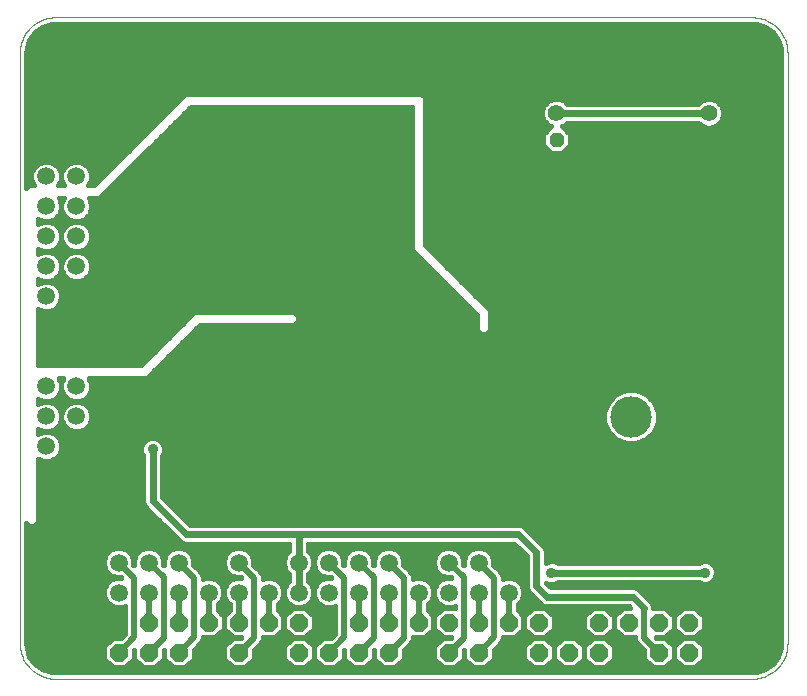
<source format=gbl>
G75*
%MOIN*%
%OFA0B0*%
%FSLAX24Y24*%
%IPPOS*%
%LPD*%
%AMOC8*
5,1,8,0,0,1.08239X$1,22.5*
%
%ADD10C,0.0039*%
%ADD11OC8,0.0480*%
%ADD12C,0.1378*%
%ADD13C,0.2441*%
%ADD14OC8,0.0600*%
%ADD15C,0.0591*%
%ADD16C,0.0356*%
%ADD17C,0.0236*%
%ADD18C,0.0157*%
%ADD19C,0.0197*%
%ADD20C,0.0551*%
D10*
X008983Y003305D02*
X008983Y022990D01*
X008985Y023056D01*
X008990Y023122D01*
X009000Y023188D01*
X009013Y023253D01*
X009029Y023317D01*
X009049Y023380D01*
X009073Y023442D01*
X009100Y023502D01*
X009130Y023561D01*
X009164Y023618D01*
X009201Y023673D01*
X009241Y023726D01*
X009283Y023777D01*
X009329Y023825D01*
X009377Y023871D01*
X009428Y023913D01*
X009481Y023953D01*
X009536Y023990D01*
X009593Y024024D01*
X009652Y024054D01*
X009712Y024081D01*
X009774Y024105D01*
X009837Y024125D01*
X009901Y024141D01*
X009966Y024154D01*
X010032Y024164D01*
X010098Y024169D01*
X010164Y024171D01*
X033393Y024171D01*
X033459Y024169D01*
X033525Y024164D01*
X033591Y024154D01*
X033656Y024141D01*
X033720Y024125D01*
X033783Y024105D01*
X033845Y024081D01*
X033905Y024054D01*
X033964Y024024D01*
X034021Y023990D01*
X034076Y023953D01*
X034129Y023913D01*
X034180Y023871D01*
X034228Y023825D01*
X034274Y023777D01*
X034316Y023726D01*
X034356Y023673D01*
X034393Y023618D01*
X034427Y023561D01*
X034457Y023502D01*
X034484Y023442D01*
X034508Y023380D01*
X034528Y023317D01*
X034544Y023253D01*
X034557Y023188D01*
X034567Y023122D01*
X034572Y023056D01*
X034574Y022990D01*
X034574Y003305D01*
X034572Y003239D01*
X034567Y003173D01*
X034557Y003107D01*
X034544Y003042D01*
X034528Y002978D01*
X034508Y002915D01*
X034484Y002853D01*
X034457Y002793D01*
X034427Y002734D01*
X034393Y002677D01*
X034356Y002622D01*
X034316Y002569D01*
X034274Y002518D01*
X034228Y002470D01*
X034180Y002424D01*
X034129Y002382D01*
X034076Y002342D01*
X034021Y002305D01*
X033964Y002271D01*
X033905Y002241D01*
X033845Y002214D01*
X033783Y002190D01*
X033720Y002170D01*
X033656Y002154D01*
X033591Y002141D01*
X033525Y002131D01*
X033459Y002126D01*
X033393Y002124D01*
X010164Y002124D01*
X010098Y002126D01*
X010032Y002131D01*
X009966Y002141D01*
X009901Y002154D01*
X009837Y002170D01*
X009774Y002190D01*
X009712Y002214D01*
X009652Y002241D01*
X009593Y002271D01*
X009536Y002305D01*
X009481Y002342D01*
X009428Y002382D01*
X009377Y002424D01*
X009329Y002470D01*
X009283Y002518D01*
X009241Y002569D01*
X009201Y002622D01*
X009164Y002677D01*
X009130Y002734D01*
X009100Y002793D01*
X009073Y002853D01*
X009049Y002915D01*
X009029Y002978D01*
X009013Y003042D01*
X009000Y003107D01*
X008990Y003173D01*
X008985Y003239D01*
X008983Y003305D01*
D11*
X026873Y020101D03*
X030873Y020101D03*
D12*
X029357Y012417D03*
X029357Y010858D03*
D13*
X033196Y003502D03*
X010361Y003502D03*
X010361Y022793D03*
X033196Y022793D03*
D14*
X031279Y004002D03*
X030279Y004002D03*
X029279Y004002D03*
X028279Y004002D03*
X027279Y004002D03*
X026279Y004002D03*
X025279Y004002D03*
X024279Y004002D03*
X023279Y004002D03*
X022279Y004002D03*
X021279Y004002D03*
X020279Y004002D03*
X019279Y004002D03*
X018279Y004002D03*
X017279Y004002D03*
X016279Y004002D03*
X015279Y004002D03*
X014279Y004002D03*
X013279Y004002D03*
X012279Y004002D03*
X012279Y003002D03*
X013279Y003002D03*
X014279Y003002D03*
X015279Y003002D03*
X016279Y003002D03*
X017279Y003002D03*
X018279Y003002D03*
X019279Y003002D03*
X020279Y003002D03*
X021279Y003002D03*
X022279Y003002D03*
X023279Y003002D03*
X024279Y003002D03*
X025279Y003002D03*
X026279Y003002D03*
X027279Y003002D03*
X028279Y003002D03*
X029279Y003002D03*
X030279Y003002D03*
X031279Y003002D03*
D15*
X025279Y005002D03*
X024279Y005002D03*
X024279Y006002D03*
X025279Y006002D03*
X023279Y006002D03*
X023279Y005002D03*
X022279Y005002D03*
X021279Y005002D03*
X021279Y006002D03*
X022279Y006002D03*
X020279Y006002D03*
X020279Y005002D03*
X019279Y005002D03*
X018279Y005002D03*
X018279Y006002D03*
X019279Y006002D03*
X017279Y006002D03*
X017279Y005002D03*
X016279Y005002D03*
X015279Y005002D03*
X015279Y006002D03*
X016279Y006002D03*
X014279Y006002D03*
X013279Y006002D03*
X013279Y005002D03*
X014279Y005002D03*
X012279Y005002D03*
X012279Y006002D03*
X010861Y007876D03*
X009861Y007876D03*
X009861Y008876D03*
X010861Y008876D03*
X010861Y009876D03*
X009861Y009876D03*
X009861Y010876D03*
X010861Y010876D03*
X010861Y011876D03*
X009861Y011876D03*
X009861Y012876D03*
X010861Y012876D03*
X010861Y013876D03*
X009861Y013876D03*
X009861Y014876D03*
X010861Y014876D03*
X010861Y015876D03*
X009861Y015876D03*
X009861Y016876D03*
X010861Y016876D03*
X010861Y017876D03*
X009861Y017876D03*
X009861Y018876D03*
X010861Y018876D03*
X010861Y019876D03*
X009861Y019876D03*
X009861Y020876D03*
X010861Y020876D03*
D16*
X012034Y020923D03*
X014889Y020825D03*
X015873Y022892D03*
X018235Y023581D03*
X020597Y022793D03*
X022566Y022793D03*
X023058Y022793D03*
X022960Y023581D03*
X025420Y022793D03*
X027881Y023581D03*
X030342Y021612D03*
X034082Y019840D03*
X032015Y018266D03*
X031523Y018266D03*
X031031Y017970D03*
X030538Y017970D03*
X030538Y017281D03*
X030538Y016789D03*
X030538Y016297D03*
X030538Y015805D03*
X031031Y015805D03*
X031031Y015313D03*
X030538Y015313D03*
X030538Y013443D03*
X031031Y013443D03*
X031031Y012951D03*
X030538Y012951D03*
X031916Y013246D03*
X034082Y012360D03*
X031916Y009998D03*
X031227Y008620D03*
X029918Y008620D03*
X027487Y009998D03*
X025814Y010195D03*
X025027Y009998D03*
X024534Y009998D03*
X024042Y009998D03*
X022664Y008029D03*
X022172Y008029D03*
X021680Y008029D03*
X021680Y007537D03*
X022172Y007537D03*
X022664Y007537D03*
X021483Y009900D03*
X020401Y012262D03*
X020401Y013443D03*
X020401Y013935D03*
X020893Y013935D03*
X021385Y013935D03*
X021385Y013443D03*
X020893Y013443D03*
X022271Y014329D03*
X021680Y016789D03*
X018727Y014033D03*
X016857Y015018D03*
X016365Y015018D03*
X014298Y014919D03*
X013905Y014230D03*
X013412Y014230D03*
X012920Y014230D03*
X012527Y012951D03*
X011838Y011770D03*
X013289Y010761D03*
X013412Y009777D03*
X014397Y008029D03*
X014889Y008029D03*
X016365Y008128D03*
X016857Y008128D03*
X013412Y007045D03*
X012920Y007045D03*
X025814Y007537D03*
X027979Y006652D03*
X026700Y005667D03*
X031424Y006652D03*
X031916Y006652D03*
X031818Y005667D03*
X034082Y008620D03*
X028373Y011671D03*
X026601Y012065D03*
X028373Y013541D03*
X028865Y013541D03*
X034082Y016297D03*
X021680Y020825D03*
X018727Y020825D03*
X013412Y016912D03*
X011838Y017872D03*
X013117Y023581D03*
D17*
X013412Y016912D02*
X013781Y016912D01*
X013658Y010761D02*
X013289Y010761D01*
X013412Y009777D02*
X013412Y008054D01*
X014520Y006947D01*
X018279Y006947D01*
X018432Y006947D01*
X025593Y006947D01*
X026198Y006341D01*
X026198Y005215D01*
X026557Y004855D01*
X029406Y004855D01*
X029776Y004486D01*
X031818Y005667D02*
X026700Y005667D01*
X029918Y008620D02*
X030765Y009466D01*
X030765Y011010D01*
X029357Y012417D01*
X018279Y006947D02*
X018279Y006002D01*
X018279Y005002D01*
X026872Y020972D02*
X031941Y020972D01*
D18*
X032413Y020983D02*
X034357Y020983D01*
X034357Y021139D02*
X032383Y021139D01*
X032413Y021066D02*
X032341Y021240D01*
X032209Y021373D01*
X032035Y021445D01*
X031847Y021445D01*
X031673Y021373D01*
X031588Y021287D01*
X027225Y021287D01*
X027140Y021373D01*
X026966Y021445D01*
X026778Y021445D01*
X026604Y021373D01*
X026472Y021240D01*
X026400Y021066D01*
X026400Y020878D01*
X026472Y020705D01*
X026604Y020572D01*
X026690Y020536D01*
X026436Y020282D01*
X026436Y019920D01*
X026692Y019664D01*
X027054Y019664D01*
X027310Y019920D01*
X027310Y020282D01*
X027055Y020537D01*
X027140Y020572D01*
X027225Y020657D01*
X031588Y020657D01*
X031673Y020572D01*
X031847Y020500D01*
X032035Y020500D01*
X032209Y020572D01*
X032341Y020705D01*
X032413Y020878D01*
X032413Y021066D01*
X032392Y020827D02*
X034357Y020827D01*
X034357Y020671D02*
X032307Y020671D01*
X032070Y020515D02*
X034357Y020515D01*
X034357Y020359D02*
X027233Y020359D01*
X027310Y020203D02*
X034357Y020203D01*
X034357Y020047D02*
X027310Y020047D01*
X027280Y019891D02*
X034357Y019891D01*
X034357Y019735D02*
X027124Y019735D01*
X026622Y019735D02*
X022487Y019735D01*
X022487Y019891D02*
X026466Y019891D01*
X026436Y020047D02*
X022487Y020047D01*
X022487Y020203D02*
X026436Y020203D01*
X026513Y020359D02*
X022487Y020359D01*
X022487Y020515D02*
X026669Y020515D01*
X026506Y020671D02*
X022487Y020671D01*
X022487Y020827D02*
X026421Y020827D01*
X026400Y020983D02*
X022487Y020983D01*
X022487Y021139D02*
X026430Y021139D01*
X026526Y021295D02*
X022487Y021295D01*
X022487Y021451D02*
X034357Y021451D01*
X034357Y021607D02*
X022386Y021607D01*
X022360Y021632D02*
X014504Y021632D01*
X014377Y021505D01*
X011453Y018581D01*
X011262Y018581D01*
X011278Y018597D01*
X011353Y018778D01*
X011353Y018974D01*
X011278Y019155D01*
X011140Y019293D01*
X010959Y019368D01*
X010763Y019368D01*
X010582Y019293D01*
X010444Y019155D01*
X010369Y018974D01*
X010369Y018778D01*
X010444Y018597D01*
X010461Y018581D01*
X010262Y018581D01*
X010278Y018597D01*
X010353Y018778D01*
X010353Y018974D01*
X010278Y019155D01*
X010140Y019293D01*
X009959Y019368D01*
X009763Y019368D01*
X009582Y019293D01*
X009444Y019155D01*
X009369Y018974D01*
X009369Y018778D01*
X009444Y018597D01*
X009461Y018581D01*
X009287Y018581D01*
X009200Y018493D01*
X009200Y022990D01*
X009212Y023141D01*
X009305Y023428D01*
X009482Y023672D01*
X009726Y023850D01*
X010013Y023943D01*
X010164Y023955D01*
X033393Y023955D01*
X033544Y023943D01*
X033831Y023850D01*
X034075Y023672D01*
X034252Y023428D01*
X034345Y023141D01*
X034357Y022990D01*
X034357Y003305D01*
X034345Y003154D01*
X034252Y002867D01*
X034075Y002623D01*
X033831Y002446D01*
X033544Y002352D01*
X033393Y002340D01*
X010164Y002340D01*
X010013Y002352D01*
X009726Y002446D01*
X009482Y002623D01*
X009305Y002867D01*
X009212Y003154D01*
X009200Y003305D01*
X009200Y007310D01*
X009287Y007222D01*
X009467Y007222D01*
X009594Y007349D01*
X009594Y009454D01*
X009763Y009384D01*
X009959Y009384D01*
X010140Y009459D01*
X010278Y009597D01*
X010353Y009778D01*
X010353Y009974D01*
X010278Y010155D01*
X010140Y010293D01*
X009959Y010368D01*
X009763Y010368D01*
X009594Y010298D01*
X009594Y010454D01*
X009763Y010384D01*
X009959Y010384D01*
X010140Y010459D01*
X010278Y010597D01*
X010353Y010778D01*
X010353Y010974D01*
X010278Y011155D01*
X010140Y011293D01*
X009959Y011368D01*
X009763Y011368D01*
X009594Y011298D01*
X009594Y011454D01*
X009763Y011384D01*
X009959Y011384D01*
X010140Y011459D01*
X010278Y011597D01*
X010353Y011778D01*
X010353Y011974D01*
X010283Y012144D01*
X010439Y012144D01*
X010369Y011974D01*
X010369Y011778D01*
X010444Y011597D01*
X010582Y011459D01*
X010763Y011384D01*
X010959Y011384D01*
X011140Y011459D01*
X011278Y011597D01*
X011353Y011778D01*
X011353Y011974D01*
X011283Y012144D01*
X013207Y012144D01*
X014978Y013915D01*
X018128Y013915D01*
X018255Y014042D01*
X018255Y014222D01*
X018128Y014348D01*
X014799Y014348D01*
X014672Y014222D01*
X013027Y012577D01*
X009594Y012577D01*
X009594Y014454D01*
X009763Y014384D01*
X009959Y014384D01*
X010140Y014459D01*
X010278Y014597D01*
X010353Y014778D01*
X010353Y014974D01*
X010278Y015155D01*
X010140Y015293D01*
X009959Y015368D01*
X009763Y015368D01*
X009594Y015298D01*
X009594Y015454D01*
X009763Y015384D01*
X009959Y015384D01*
X010140Y015459D01*
X010278Y015597D01*
X010353Y015778D01*
X010353Y015974D01*
X010278Y016155D01*
X010140Y016293D01*
X009959Y016368D01*
X009763Y016368D01*
X009594Y016298D01*
X009594Y016454D01*
X009763Y016384D01*
X009959Y016384D01*
X010140Y016459D01*
X010278Y016597D01*
X010353Y016778D01*
X010353Y016974D01*
X010278Y017155D01*
X010140Y017293D01*
X009959Y017368D01*
X009763Y017368D01*
X009594Y017298D01*
X009594Y017454D01*
X009763Y017384D01*
X009959Y017384D01*
X010140Y017459D01*
X010278Y017597D01*
X010353Y017778D01*
X010353Y017974D01*
X010281Y018148D01*
X010441Y018148D01*
X010369Y017974D01*
X010369Y017778D01*
X010444Y017597D01*
X010582Y017459D01*
X010763Y017384D01*
X010959Y017384D01*
X011140Y017459D01*
X011278Y017597D01*
X011353Y017778D01*
X011353Y017974D01*
X011281Y018148D01*
X011632Y018148D01*
X011759Y018274D01*
X011759Y018274D01*
X014683Y021199D01*
X022054Y021199D01*
X022054Y016404D01*
X024219Y014239D01*
X024219Y013747D01*
X024346Y013620D01*
X024526Y013620D01*
X024653Y013747D01*
X024653Y014418D01*
X024526Y014545D01*
X022487Y016584D01*
X022487Y021505D01*
X022360Y021632D01*
X022054Y021139D02*
X014623Y021139D01*
X014467Y020983D02*
X022054Y020983D01*
X022054Y020827D02*
X014311Y020827D01*
X014155Y020671D02*
X022054Y020671D01*
X022054Y020515D02*
X013999Y020515D01*
X013843Y020359D02*
X022054Y020359D01*
X022054Y020203D02*
X013687Y020203D01*
X013531Y020047D02*
X022054Y020047D01*
X022054Y019891D02*
X013375Y019891D01*
X013219Y019735D02*
X022054Y019735D01*
X022054Y019579D02*
X013063Y019579D01*
X012907Y019423D02*
X022054Y019423D01*
X022054Y019267D02*
X012751Y019267D01*
X012595Y019111D02*
X022054Y019111D01*
X022054Y018955D02*
X012439Y018955D01*
X012283Y018799D02*
X022054Y018799D01*
X022054Y018643D02*
X012127Y018643D01*
X011971Y018487D02*
X022054Y018487D01*
X022054Y018331D02*
X011815Y018331D01*
X011659Y018175D02*
X022054Y018175D01*
X022054Y018019D02*
X011335Y018019D01*
X011353Y017863D02*
X022054Y017863D01*
X022054Y017707D02*
X011324Y017707D01*
X011232Y017551D02*
X022054Y017551D01*
X022054Y017395D02*
X010986Y017395D01*
X010959Y017368D02*
X011140Y017293D01*
X011278Y017155D01*
X011353Y016974D01*
X011353Y016778D01*
X011278Y016597D01*
X011140Y016459D01*
X010959Y016384D01*
X010763Y016384D01*
X010582Y016459D01*
X010140Y016459D01*
X010116Y016303D02*
X010607Y016303D01*
X010582Y016293D02*
X010763Y016368D01*
X010959Y016368D01*
X011140Y016293D01*
X011278Y016155D01*
X011353Y015974D01*
X011353Y015778D01*
X011278Y015597D01*
X011140Y015459D01*
X010959Y015384D01*
X010763Y015384D01*
X010582Y015459D01*
X010444Y015597D01*
X010369Y015778D01*
X010369Y015974D01*
X010444Y016155D01*
X010582Y016293D01*
X010582Y016459D02*
X010444Y016597D01*
X010369Y016778D01*
X010369Y016974D01*
X010444Y017155D01*
X010582Y017293D01*
X010763Y017368D01*
X010959Y017368D01*
X010736Y017395D02*
X009986Y017395D01*
X009736Y017395D02*
X009594Y017395D01*
X010194Y017239D02*
X010528Y017239D01*
X010414Y017083D02*
X010308Y017083D01*
X010353Y016927D02*
X010369Y016927D01*
X010372Y016771D02*
X010350Y016771D01*
X010286Y016615D02*
X010437Y016615D01*
X010441Y016147D02*
X010282Y016147D01*
X010346Y015991D02*
X010376Y015991D01*
X010369Y015835D02*
X010353Y015835D01*
X010312Y015679D02*
X010410Y015679D01*
X010518Y015523D02*
X010205Y015523D01*
X009961Y015367D02*
X023091Y015367D01*
X023247Y015211D02*
X010222Y015211D01*
X010320Y015055D02*
X023403Y015055D01*
X023559Y014899D02*
X010353Y014899D01*
X010339Y014743D02*
X023715Y014743D01*
X023871Y014587D02*
X010269Y014587D01*
X010074Y014431D02*
X024027Y014431D01*
X024183Y014275D02*
X018201Y014275D01*
X018255Y014119D02*
X024219Y014119D01*
X024219Y013963D02*
X018176Y013963D01*
X014871Y013807D02*
X024219Y013807D01*
X024315Y013652D02*
X014715Y013652D01*
X014559Y013496D02*
X034357Y013496D01*
X034357Y013652D02*
X024557Y013652D01*
X024653Y013807D02*
X034357Y013807D01*
X034357Y013963D02*
X024653Y013963D01*
X024653Y014119D02*
X034357Y014119D01*
X034357Y014275D02*
X024653Y014275D01*
X024640Y014431D02*
X034357Y014431D01*
X034357Y014587D02*
X024484Y014587D01*
X024328Y014743D02*
X034357Y014743D01*
X034357Y014899D02*
X024172Y014899D01*
X024016Y015055D02*
X034357Y015055D01*
X034357Y015211D02*
X023860Y015211D01*
X023704Y015367D02*
X034357Y015367D01*
X034357Y015523D02*
X023548Y015523D01*
X023392Y015679D02*
X034357Y015679D01*
X034357Y015835D02*
X023236Y015835D01*
X023080Y015991D02*
X034357Y015991D01*
X034357Y016147D02*
X022924Y016147D01*
X022768Y016303D02*
X034357Y016303D01*
X034357Y016459D02*
X022612Y016459D01*
X022487Y016615D02*
X034357Y016615D01*
X034357Y016771D02*
X022487Y016771D01*
X022487Y016927D02*
X034357Y016927D01*
X034357Y017083D02*
X022487Y017083D01*
X022487Y017239D02*
X034357Y017239D01*
X034357Y017395D02*
X022487Y017395D01*
X022487Y017551D02*
X034357Y017551D01*
X034357Y017707D02*
X022487Y017707D01*
X022487Y017863D02*
X034357Y017863D01*
X034357Y018019D02*
X022487Y018019D01*
X022487Y018175D02*
X034357Y018175D01*
X034357Y018331D02*
X022487Y018331D01*
X022487Y018487D02*
X034357Y018487D01*
X034357Y018643D02*
X022487Y018643D01*
X022487Y018799D02*
X034357Y018799D01*
X034357Y018955D02*
X022487Y018955D01*
X022487Y019111D02*
X034357Y019111D01*
X034357Y019267D02*
X022487Y019267D01*
X022487Y019423D02*
X034357Y019423D01*
X034357Y019579D02*
X022487Y019579D01*
X022054Y017239D02*
X011194Y017239D01*
X011308Y017083D02*
X022054Y017083D01*
X022054Y016927D02*
X011353Y016927D01*
X011350Y016771D02*
X022054Y016771D01*
X022054Y016615D02*
X011286Y016615D01*
X011140Y016459D02*
X022054Y016459D01*
X022155Y016303D02*
X011116Y016303D01*
X011282Y016147D02*
X022311Y016147D01*
X022467Y015991D02*
X011346Y015991D01*
X011353Y015835D02*
X022623Y015835D01*
X022779Y015679D02*
X011312Y015679D01*
X011205Y015523D02*
X022935Y015523D01*
X028606Y011360D02*
X028471Y011034D01*
X028471Y010682D01*
X028606Y010356D01*
X028856Y010107D01*
X029181Y009972D01*
X029533Y009972D01*
X029859Y010107D01*
X030108Y010356D01*
X030243Y010682D01*
X030243Y011034D01*
X030108Y011360D01*
X029859Y011609D01*
X029533Y011744D01*
X029181Y011744D01*
X028856Y011609D01*
X028606Y011360D01*
X028586Y011312D02*
X011095Y011312D01*
X011140Y011293D02*
X010959Y011368D01*
X010763Y011368D01*
X010582Y011293D01*
X010444Y011155D01*
X010369Y010974D01*
X010369Y010778D01*
X010444Y010597D01*
X010582Y010459D01*
X010763Y010384D01*
X010959Y010384D01*
X011140Y010459D01*
X011278Y010597D01*
X011353Y010778D01*
X011353Y010974D01*
X011278Y011155D01*
X011140Y011293D01*
X011149Y011468D02*
X028714Y011468D01*
X028891Y011624D02*
X011289Y011624D01*
X011353Y011780D02*
X034357Y011780D01*
X034357Y011936D02*
X011353Y011936D01*
X011305Y012092D02*
X034357Y012092D01*
X034357Y012248D02*
X013311Y012248D01*
X013467Y012404D02*
X034357Y012404D01*
X034357Y012560D02*
X013623Y012560D01*
X013779Y012716D02*
X034357Y012716D01*
X034357Y012872D02*
X013935Y012872D01*
X014091Y013028D02*
X034357Y013028D01*
X034357Y013184D02*
X014247Y013184D01*
X014403Y013340D02*
X034357Y013340D01*
X034357Y011624D02*
X029824Y011624D01*
X030000Y011468D02*
X034357Y011468D01*
X034357Y011312D02*
X030128Y011312D01*
X030193Y011156D02*
X034357Y011156D01*
X034357Y011000D02*
X030243Y011000D01*
X030243Y010844D02*
X034357Y010844D01*
X034357Y010688D02*
X030243Y010688D01*
X030181Y010532D02*
X034357Y010532D01*
X034357Y010376D02*
X030116Y010376D01*
X029972Y010220D02*
X034357Y010220D01*
X034357Y010064D02*
X029755Y010064D01*
X028960Y010064D02*
X013655Y010064D01*
X013625Y010094D02*
X013730Y009989D01*
X013787Y009851D01*
X013787Y009702D01*
X013730Y009564D01*
X013727Y009561D01*
X013727Y008185D01*
X014650Y007262D01*
X025655Y007262D01*
X025771Y007214D01*
X026465Y006520D01*
X026513Y006404D01*
X026513Y005996D01*
X026625Y006042D01*
X026774Y006042D01*
X026912Y005985D01*
X026915Y005982D01*
X031603Y005982D01*
X031606Y005985D01*
X031743Y006042D01*
X031892Y006042D01*
X032030Y005985D01*
X032136Y005880D01*
X032193Y005742D01*
X032193Y005593D01*
X032136Y005455D01*
X032030Y005349D01*
X031892Y005292D01*
X031743Y005292D01*
X031606Y005349D01*
X031603Y005352D01*
X026915Y005352D01*
X026912Y005349D01*
X026774Y005292D01*
X026625Y005292D01*
X026523Y005335D01*
X026688Y005170D01*
X029469Y005170D01*
X029585Y005122D01*
X029674Y005034D01*
X030043Y004665D01*
X030091Y004549D01*
X030091Y004499D01*
X030484Y004499D01*
X030775Y004208D01*
X030775Y003796D01*
X030484Y003505D01*
X030190Y003505D01*
X030196Y003499D01*
X030484Y003499D01*
X030775Y003208D01*
X030775Y002796D01*
X030484Y002505D01*
X030073Y002505D01*
X029782Y002796D01*
X029782Y003078D01*
X029608Y003252D01*
X029525Y003335D01*
X029480Y003443D01*
X029480Y003505D01*
X029073Y003505D01*
X028782Y003796D01*
X028782Y004208D01*
X029073Y004499D01*
X029318Y004499D01*
X029276Y004540D01*
X026494Y004540D01*
X026379Y004588D01*
X026019Y004947D01*
X025931Y005036D01*
X025883Y005152D01*
X025883Y006211D01*
X025462Y006632D01*
X018594Y006632D01*
X018594Y006383D01*
X018696Y006281D01*
X018771Y006100D01*
X018771Y005904D01*
X018696Y005723D01*
X018594Y005621D01*
X018594Y005383D01*
X018696Y005281D01*
X018771Y005100D01*
X018771Y004904D01*
X018696Y004723D01*
X018557Y004585D01*
X018376Y004510D01*
X018181Y004510D01*
X018000Y004585D01*
X017861Y004723D01*
X017786Y004904D01*
X017786Y005100D01*
X017861Y005281D01*
X017964Y005383D01*
X017964Y005621D01*
X017861Y005723D01*
X017786Y005904D01*
X017786Y006100D01*
X017861Y006281D01*
X017964Y006383D01*
X017964Y006632D01*
X014457Y006632D01*
X014341Y006680D01*
X013234Y007787D01*
X013145Y007876D01*
X013097Y007991D01*
X013097Y009561D01*
X013095Y009564D01*
X013037Y009702D01*
X013037Y009851D01*
X013095Y009989D01*
X013200Y010094D01*
X013338Y010151D01*
X013487Y010151D01*
X013625Y010094D01*
X013764Y009908D02*
X034357Y009908D01*
X034357Y009752D02*
X013787Y009752D01*
X013743Y009596D02*
X034357Y009596D01*
X034357Y009440D02*
X013727Y009440D01*
X013727Y009284D02*
X034357Y009284D01*
X034357Y009128D02*
X013727Y009128D01*
X013727Y008972D02*
X034357Y008972D01*
X034357Y008816D02*
X013727Y008816D01*
X013727Y008660D02*
X034357Y008660D01*
X034357Y008504D02*
X013727Y008504D01*
X013727Y008348D02*
X034357Y008348D01*
X034357Y008192D02*
X013727Y008192D01*
X013876Y008036D02*
X034357Y008036D01*
X034357Y007880D02*
X014032Y007880D01*
X014188Y007724D02*
X034357Y007724D01*
X034357Y007568D02*
X014344Y007568D01*
X014500Y007412D02*
X034357Y007412D01*
X034357Y007256D02*
X025668Y007256D01*
X025884Y007100D02*
X034357Y007100D01*
X034357Y006944D02*
X026040Y006944D01*
X026196Y006788D02*
X034357Y006788D01*
X034357Y006632D02*
X026352Y006632D01*
X026483Y006476D02*
X034357Y006476D01*
X034357Y006320D02*
X026513Y006320D01*
X026513Y006164D02*
X034357Y006164D01*
X034357Y006008D02*
X031974Y006008D01*
X032147Y005852D02*
X034357Y005852D01*
X034357Y005697D02*
X032193Y005697D01*
X032171Y005541D02*
X034357Y005541D01*
X034357Y005385D02*
X032065Y005385D01*
X031662Y006008D02*
X026856Y006008D01*
X026544Y006008D02*
X026513Y006008D01*
X025883Y006008D02*
X024771Y006008D01*
X024771Y005927D02*
X024771Y006100D01*
X024696Y006281D01*
X024557Y006419D01*
X024376Y006494D01*
X024181Y006494D01*
X024000Y006419D01*
X023861Y006281D01*
X023786Y006100D01*
X023786Y005912D01*
X023771Y005927D01*
X023771Y006100D01*
X023696Y006281D01*
X023557Y006419D01*
X023376Y006494D01*
X023181Y006494D01*
X023000Y006419D01*
X022861Y006281D01*
X022786Y006100D01*
X022786Y005904D01*
X022861Y005723D01*
X023000Y005585D01*
X023181Y005510D01*
X023353Y005510D01*
X023369Y005494D01*
X023181Y005494D01*
X023000Y005419D01*
X022861Y005281D01*
X022786Y005100D01*
X022786Y004904D01*
X022861Y004723D01*
X023000Y004585D01*
X023181Y004510D01*
X023376Y004510D01*
X023481Y004553D01*
X023481Y004499D01*
X023073Y004499D01*
X022782Y004208D01*
X022782Y003796D01*
X023073Y003505D01*
X023364Y003505D01*
X023358Y003499D01*
X023073Y003499D01*
X022782Y003208D01*
X022782Y002796D01*
X023073Y002505D01*
X023484Y002505D01*
X023775Y002796D01*
X023775Y003081D01*
X023782Y003087D01*
X023782Y002796D01*
X024073Y002505D01*
X024484Y002505D01*
X024775Y002796D01*
X024775Y003081D01*
X024948Y003254D01*
X025031Y003337D01*
X025076Y003445D01*
X025076Y003505D01*
X025484Y003505D01*
X025775Y003796D01*
X025775Y004208D01*
X025574Y004409D01*
X025574Y004601D01*
X025696Y004723D01*
X025771Y004904D01*
X025771Y005100D01*
X025696Y005281D01*
X025557Y005419D01*
X025376Y005494D01*
X025181Y005494D01*
X025076Y005451D01*
X025076Y005559D01*
X025031Y005667D01*
X024948Y005750D01*
X024771Y005927D01*
X024846Y005852D02*
X025883Y005852D01*
X025883Y005697D02*
X025002Y005697D01*
X025076Y005541D02*
X025883Y005541D01*
X025883Y005385D02*
X025592Y005385D01*
X025717Y005229D02*
X025883Y005229D01*
X025916Y005073D02*
X025771Y005073D01*
X025771Y004917D02*
X026050Y004917D01*
X026206Y004761D02*
X025711Y004761D01*
X025577Y004605D02*
X026362Y004605D01*
X026484Y004499D02*
X026073Y004499D01*
X025782Y004208D01*
X025782Y003796D01*
X026073Y003505D01*
X026484Y003505D01*
X026775Y003796D01*
X026775Y004208D01*
X026484Y004499D01*
X026534Y004449D02*
X028023Y004449D01*
X028073Y004499D02*
X027782Y004208D01*
X027782Y003796D01*
X028073Y003505D01*
X028484Y003505D01*
X028775Y003796D01*
X028775Y004208D01*
X028484Y004499D01*
X028073Y004499D01*
X027867Y004293D02*
X026690Y004293D01*
X026775Y004137D02*
X027782Y004137D01*
X027782Y003981D02*
X026775Y003981D01*
X026775Y003825D02*
X027782Y003825D01*
X027909Y003669D02*
X026648Y003669D01*
X026492Y003513D02*
X028065Y003513D01*
X028073Y003499D02*
X027782Y003208D01*
X027782Y002796D01*
X028073Y002505D01*
X028484Y002505D01*
X028775Y002796D01*
X028775Y003208D01*
X028484Y003499D01*
X028073Y003499D01*
X027931Y003357D02*
X027626Y003357D01*
X027484Y003499D02*
X027073Y003499D01*
X026782Y003208D01*
X026782Y002796D01*
X027073Y002505D01*
X027484Y002505D01*
X027775Y002796D01*
X027775Y003208D01*
X027484Y003499D01*
X027775Y003201D02*
X027782Y003201D01*
X027775Y003045D02*
X027782Y003045D01*
X027775Y002889D02*
X027782Y002889D01*
X027845Y002733D02*
X027712Y002733D01*
X027556Y002577D02*
X028001Y002577D01*
X028556Y002577D02*
X030001Y002577D01*
X029845Y002733D02*
X028712Y002733D01*
X028775Y002889D02*
X029782Y002889D01*
X029782Y003045D02*
X028775Y003045D01*
X028775Y003201D02*
X029659Y003201D01*
X029516Y003357D02*
X028626Y003357D01*
X028492Y003513D02*
X029065Y003513D01*
X028909Y003669D02*
X028648Y003669D01*
X028775Y003825D02*
X028782Y003825D01*
X028775Y003981D02*
X028782Y003981D01*
X028775Y004137D02*
X028782Y004137D01*
X028867Y004293D02*
X028690Y004293D01*
X028534Y004449D02*
X029023Y004449D01*
X029635Y005073D02*
X034357Y005073D01*
X034357Y005229D02*
X026629Y005229D01*
X026023Y004449D02*
X025574Y004449D01*
X025690Y004293D02*
X025867Y004293D01*
X025782Y004137D02*
X025775Y004137D01*
X025775Y003981D02*
X025782Y003981D01*
X025775Y003825D02*
X025782Y003825D01*
X025909Y003669D02*
X025648Y003669D01*
X025492Y003513D02*
X026065Y003513D01*
X026073Y003499D02*
X025782Y003208D01*
X025782Y002796D01*
X026073Y002505D01*
X026484Y002505D01*
X026775Y002796D01*
X026775Y003208D01*
X026484Y003499D01*
X026073Y003499D01*
X025931Y003357D02*
X025039Y003357D01*
X024895Y003201D02*
X025782Y003201D01*
X025782Y003045D02*
X024775Y003045D01*
X024775Y002889D02*
X025782Y002889D01*
X025845Y002733D02*
X024712Y002733D01*
X024556Y002577D02*
X026001Y002577D01*
X026556Y002577D02*
X027001Y002577D01*
X026845Y002733D02*
X026712Y002733D01*
X026775Y002889D02*
X026782Y002889D01*
X026775Y003045D02*
X026782Y003045D01*
X026775Y003201D02*
X026782Y003201D01*
X026931Y003357D02*
X026626Y003357D01*
X024001Y002577D02*
X023556Y002577D01*
X023712Y002733D02*
X023845Y002733D01*
X023782Y002889D02*
X023775Y002889D01*
X023775Y003045D02*
X023782Y003045D01*
X023065Y003513D02*
X022492Y003513D01*
X022484Y003505D02*
X022775Y003796D01*
X022775Y004208D01*
X022574Y004409D01*
X022574Y004601D01*
X022696Y004723D01*
X022771Y004904D01*
X022771Y005100D01*
X022696Y005281D01*
X022557Y005419D01*
X022376Y005494D01*
X022181Y005494D01*
X022074Y005450D01*
X022074Y005561D01*
X022029Y005669D01*
X021946Y005752D01*
X021771Y005927D01*
X021771Y006100D01*
X021696Y006281D01*
X021557Y006419D01*
X021376Y006494D01*
X021181Y006494D01*
X021000Y006419D01*
X020861Y006281D01*
X020786Y006100D01*
X020786Y005912D01*
X020771Y005927D01*
X020771Y006100D01*
X020696Y006281D01*
X020557Y006419D01*
X020376Y006494D01*
X020181Y006494D01*
X020000Y006419D01*
X019861Y006281D01*
X019786Y006100D01*
X019786Y005912D01*
X019771Y005927D01*
X019771Y006100D01*
X019696Y006281D01*
X019557Y006419D01*
X019376Y006494D01*
X019181Y006494D01*
X019000Y006419D01*
X018861Y006281D01*
X018786Y006100D01*
X018786Y005904D01*
X018861Y005723D01*
X019000Y005585D01*
X019181Y005510D01*
X019353Y005510D01*
X019369Y005494D01*
X019181Y005494D01*
X019000Y005419D01*
X018861Y005281D01*
X018786Y005100D01*
X018786Y004904D01*
X018861Y004723D01*
X019000Y004585D01*
X019181Y004510D01*
X019376Y004510D01*
X019485Y004555D01*
X019485Y003626D01*
X019358Y003499D01*
X019073Y003499D01*
X018782Y003208D01*
X018782Y002796D01*
X019073Y002505D01*
X019484Y002505D01*
X019775Y002796D01*
X019775Y003081D01*
X019782Y003087D01*
X019782Y002796D01*
X020073Y002505D01*
X020484Y002505D01*
X020775Y002796D01*
X020775Y003081D01*
X020782Y003087D01*
X020782Y002796D01*
X021073Y002505D01*
X021484Y002505D01*
X021775Y002796D01*
X021775Y003081D01*
X021946Y003252D01*
X022029Y003335D01*
X022074Y003443D01*
X022074Y003505D01*
X022484Y003505D01*
X022648Y003669D02*
X022909Y003669D01*
X022782Y003825D02*
X022775Y003825D01*
X022775Y003981D02*
X022782Y003981D01*
X022775Y004137D02*
X022782Y004137D01*
X022867Y004293D02*
X022690Y004293D01*
X022574Y004449D02*
X023023Y004449D01*
X022980Y004605D02*
X022577Y004605D01*
X022711Y004761D02*
X022846Y004761D01*
X022786Y004917D02*
X022771Y004917D01*
X022771Y005073D02*
X022786Y005073D01*
X022840Y005229D02*
X022717Y005229D01*
X022592Y005385D02*
X022965Y005385D01*
X023106Y005541D02*
X022074Y005541D01*
X022002Y005697D02*
X022888Y005697D01*
X022808Y005852D02*
X021846Y005852D01*
X021771Y006008D02*
X022786Y006008D01*
X022813Y006164D02*
X021744Y006164D01*
X021656Y006320D02*
X022901Y006320D01*
X023138Y006476D02*
X021419Y006476D01*
X021138Y006476D02*
X020419Y006476D01*
X020138Y006476D02*
X019419Y006476D01*
X019138Y006476D02*
X018594Y006476D01*
X018656Y006320D02*
X018901Y006320D01*
X018813Y006164D02*
X018744Y006164D01*
X018771Y006008D02*
X018786Y006008D01*
X018808Y005852D02*
X018749Y005852D01*
X018669Y005697D02*
X018888Y005697D01*
X019106Y005541D02*
X018594Y005541D01*
X018594Y005385D02*
X018965Y005385D01*
X018840Y005229D02*
X018717Y005229D01*
X018771Y005073D02*
X018786Y005073D01*
X018771Y004917D02*
X018786Y004917D01*
X018846Y004761D02*
X018711Y004761D01*
X018577Y004605D02*
X018980Y004605D01*
X018690Y004293D02*
X019485Y004293D01*
X019485Y004449D02*
X018534Y004449D01*
X018484Y004499D02*
X018073Y004499D01*
X017782Y004208D01*
X017782Y003796D01*
X018073Y003505D01*
X018484Y003505D01*
X018775Y003796D01*
X018775Y004208D01*
X018484Y004499D01*
X018023Y004449D02*
X017574Y004449D01*
X017574Y004409D02*
X017574Y004601D01*
X017696Y004723D01*
X017771Y004904D01*
X017771Y005100D01*
X017696Y005281D01*
X017557Y005419D01*
X017376Y005494D01*
X017181Y005494D01*
X017074Y005450D01*
X017074Y005561D01*
X017029Y005669D01*
X016771Y005927D01*
X016771Y006100D01*
X016696Y006281D01*
X016557Y006419D01*
X016376Y006494D01*
X016181Y006494D01*
X016000Y006419D01*
X015861Y006281D01*
X015786Y006100D01*
X015786Y005904D01*
X015861Y005723D01*
X016000Y005585D01*
X016181Y005510D01*
X016353Y005510D01*
X016369Y005494D01*
X016181Y005494D01*
X016000Y005419D01*
X015861Y005281D01*
X015786Y005100D01*
X015786Y004904D01*
X015861Y004723D01*
X015983Y004601D01*
X015983Y004409D01*
X015782Y004208D01*
X015782Y003796D01*
X016073Y003505D01*
X016364Y003505D01*
X016358Y003499D01*
X016073Y003499D01*
X015782Y003208D01*
X015782Y002796D01*
X016073Y002505D01*
X016484Y002505D01*
X016775Y002796D01*
X016775Y003081D01*
X016946Y003252D01*
X017029Y003335D01*
X017074Y003443D01*
X017074Y003505D01*
X017484Y003505D01*
X017775Y003796D01*
X017775Y004208D01*
X017574Y004409D01*
X017690Y004293D02*
X017867Y004293D01*
X017782Y004137D02*
X017775Y004137D01*
X017775Y003981D02*
X017782Y003981D01*
X017775Y003825D02*
X017782Y003825D01*
X017909Y003669D02*
X017648Y003669D01*
X017492Y003513D02*
X018065Y003513D01*
X018073Y003499D02*
X017782Y003208D01*
X017782Y002796D01*
X018073Y002505D01*
X018484Y002505D01*
X018775Y002796D01*
X018775Y003208D01*
X018484Y003499D01*
X018073Y003499D01*
X017931Y003357D02*
X017038Y003357D01*
X016946Y003252D02*
X016946Y003252D01*
X016895Y003201D02*
X017782Y003201D01*
X017782Y003045D02*
X016775Y003045D01*
X016775Y002889D02*
X017782Y002889D01*
X017845Y002733D02*
X016712Y002733D01*
X016556Y002577D02*
X018001Y002577D01*
X018556Y002577D02*
X019001Y002577D01*
X018845Y002733D02*
X018712Y002733D01*
X018775Y002889D02*
X018782Y002889D01*
X018775Y003045D02*
X018782Y003045D01*
X018775Y003201D02*
X018782Y003201D01*
X018931Y003357D02*
X018626Y003357D01*
X018492Y003513D02*
X019372Y003513D01*
X019485Y003669D02*
X018648Y003669D01*
X018775Y003825D02*
X019485Y003825D01*
X019485Y003981D02*
X018775Y003981D01*
X018775Y004137D02*
X019485Y004137D01*
X019775Y003045D02*
X019782Y003045D01*
X019775Y002889D02*
X019782Y002889D01*
X019845Y002733D02*
X019712Y002733D01*
X019556Y002577D02*
X020001Y002577D01*
X020556Y002577D02*
X021001Y002577D01*
X020845Y002733D02*
X020712Y002733D01*
X020775Y002889D02*
X020782Y002889D01*
X020775Y003045D02*
X020782Y003045D01*
X021556Y002577D02*
X023001Y002577D01*
X022845Y002733D02*
X021712Y002733D01*
X021775Y002889D02*
X022782Y002889D01*
X022782Y003045D02*
X021775Y003045D01*
X021895Y003201D02*
X022782Y003201D01*
X022931Y003357D02*
X022038Y003357D01*
X020786Y006008D02*
X020771Y006008D01*
X020744Y006164D02*
X020813Y006164D01*
X020901Y006320D02*
X020656Y006320D01*
X019901Y006320D02*
X019656Y006320D01*
X019744Y006164D02*
X019813Y006164D01*
X019786Y006008D02*
X019771Y006008D01*
X017964Y005541D02*
X017074Y005541D01*
X017002Y005697D02*
X017888Y005697D01*
X017808Y005852D02*
X016846Y005852D01*
X016771Y006008D02*
X017786Y006008D01*
X017813Y006164D02*
X016744Y006164D01*
X016656Y006320D02*
X017901Y006320D01*
X017964Y006476D02*
X016419Y006476D01*
X016138Y006476D02*
X014419Y006476D01*
X014376Y006494D02*
X014557Y006419D01*
X014696Y006281D01*
X014771Y006100D01*
X014771Y005927D01*
X014948Y005750D01*
X014948Y005750D01*
X015031Y005667D01*
X015076Y005559D01*
X015076Y005451D01*
X015181Y005494D01*
X015376Y005494D01*
X015557Y005419D01*
X015696Y005281D01*
X015771Y005100D01*
X015771Y004904D01*
X015696Y004723D01*
X015574Y004601D01*
X015574Y004409D01*
X015775Y004208D01*
X015775Y003796D01*
X015484Y003505D01*
X015076Y003505D01*
X015076Y003445D01*
X015031Y003337D01*
X014775Y003081D01*
X014775Y002796D01*
X014484Y002505D01*
X014073Y002505D01*
X013782Y002796D01*
X013782Y003087D01*
X013775Y003081D01*
X013775Y002796D01*
X013484Y002505D01*
X013073Y002505D01*
X012782Y002796D01*
X012782Y003087D01*
X012775Y003081D01*
X012775Y002796D01*
X012484Y002505D01*
X012073Y002505D01*
X011782Y002796D01*
X011782Y003208D01*
X012073Y003499D01*
X012358Y003499D01*
X012487Y003628D01*
X012487Y004556D01*
X012376Y004510D01*
X012181Y004510D01*
X012000Y004585D01*
X011861Y004723D01*
X011786Y004904D01*
X011786Y005100D01*
X011861Y005281D01*
X012000Y005419D01*
X012181Y005494D01*
X012369Y005494D01*
X012353Y005510D01*
X012181Y005510D01*
X012000Y005585D01*
X011861Y005723D01*
X011786Y005904D01*
X011786Y006100D01*
X011861Y006281D01*
X012000Y006419D01*
X012181Y006494D01*
X012376Y006494D01*
X012557Y006419D01*
X012696Y006281D01*
X012771Y006100D01*
X012771Y005927D01*
X012786Y005912D01*
X012786Y006100D01*
X012861Y006281D01*
X013000Y006419D01*
X013181Y006494D01*
X013376Y006494D01*
X013557Y006419D01*
X013696Y006281D01*
X013771Y006100D01*
X013771Y005927D01*
X013786Y005912D01*
X013786Y006100D01*
X013861Y006281D01*
X014000Y006419D01*
X014181Y006494D01*
X014376Y006494D01*
X014456Y006632D02*
X009200Y006632D01*
X009200Y006476D02*
X012138Y006476D01*
X012419Y006476D02*
X013138Y006476D01*
X013419Y006476D02*
X014138Y006476D01*
X013901Y006320D02*
X013656Y006320D01*
X013744Y006164D02*
X013813Y006164D01*
X013786Y006008D02*
X013771Y006008D01*
X012901Y006320D02*
X012656Y006320D01*
X012744Y006164D02*
X012813Y006164D01*
X012786Y006008D02*
X012771Y006008D01*
X012106Y005541D02*
X009200Y005541D01*
X009200Y005697D02*
X011888Y005697D01*
X011808Y005852D02*
X009200Y005852D01*
X009200Y006008D02*
X011786Y006008D01*
X011813Y006164D02*
X009200Y006164D01*
X009200Y006320D02*
X011901Y006320D01*
X011965Y005385D02*
X009200Y005385D01*
X009200Y005229D02*
X011840Y005229D01*
X011786Y005073D02*
X009200Y005073D01*
X009200Y004917D02*
X011786Y004917D01*
X011846Y004761D02*
X009200Y004761D01*
X009200Y004605D02*
X011980Y004605D01*
X012487Y004449D02*
X009200Y004449D01*
X009200Y004293D02*
X012487Y004293D01*
X012487Y004137D02*
X009200Y004137D01*
X009200Y003981D02*
X012487Y003981D01*
X012487Y003825D02*
X009200Y003825D01*
X009200Y003669D02*
X012487Y003669D01*
X012372Y003513D02*
X009200Y003513D01*
X009200Y003357D02*
X011931Y003357D01*
X011782Y003201D02*
X009208Y003201D01*
X009247Y003045D02*
X011782Y003045D01*
X011782Y002889D02*
X009298Y002889D01*
X009402Y002733D02*
X011845Y002733D01*
X012001Y002577D02*
X009546Y002577D01*
X009802Y002421D02*
X033755Y002421D01*
X034011Y002577D02*
X031556Y002577D01*
X031484Y002505D02*
X031775Y002796D01*
X031775Y003208D01*
X031484Y003499D01*
X031073Y003499D01*
X030782Y003208D01*
X030782Y002796D01*
X031073Y002505D01*
X031484Y002505D01*
X031712Y002733D02*
X034155Y002733D01*
X034259Y002889D02*
X031775Y002889D01*
X031775Y003045D02*
X034310Y003045D01*
X034349Y003201D02*
X031775Y003201D01*
X031626Y003357D02*
X034357Y003357D01*
X034357Y003513D02*
X031492Y003513D01*
X031484Y003505D02*
X031775Y003796D01*
X031775Y004208D01*
X031484Y004499D01*
X031073Y004499D01*
X030782Y004208D01*
X030782Y003796D01*
X031073Y003505D01*
X031484Y003505D01*
X031648Y003669D02*
X034357Y003669D01*
X034357Y003825D02*
X031775Y003825D01*
X031775Y003981D02*
X034357Y003981D01*
X034357Y004137D02*
X031775Y004137D01*
X031690Y004293D02*
X034357Y004293D01*
X034357Y004449D02*
X031534Y004449D01*
X031023Y004449D02*
X030534Y004449D01*
X030690Y004293D02*
X030867Y004293D01*
X030782Y004137D02*
X030775Y004137D01*
X030775Y003981D02*
X030782Y003981D01*
X030775Y003825D02*
X030782Y003825D01*
X030909Y003669D02*
X030648Y003669D01*
X030492Y003513D02*
X031065Y003513D01*
X030931Y003357D02*
X030626Y003357D01*
X030775Y003201D02*
X030782Y003201D01*
X030775Y003045D02*
X030782Y003045D01*
X030775Y002889D02*
X030782Y002889D01*
X030845Y002733D02*
X030712Y002733D01*
X030556Y002577D02*
X031001Y002577D01*
X030067Y004605D02*
X034357Y004605D01*
X034357Y004761D02*
X029947Y004761D01*
X029791Y004917D02*
X034357Y004917D01*
X028743Y010220D02*
X010213Y010220D01*
X010316Y010064D02*
X013170Y010064D01*
X013061Y009908D02*
X010353Y009908D01*
X010343Y009752D02*
X013037Y009752D01*
X013081Y009596D02*
X010277Y009596D01*
X010095Y009440D02*
X013097Y009440D01*
X013097Y009284D02*
X009594Y009284D01*
X009594Y009128D02*
X013097Y009128D01*
X013097Y008972D02*
X009594Y008972D01*
X009594Y008816D02*
X013097Y008816D01*
X013097Y008660D02*
X009594Y008660D01*
X009594Y008504D02*
X013097Y008504D01*
X013097Y008348D02*
X009594Y008348D01*
X009594Y008192D02*
X013097Y008192D01*
X013097Y008036D02*
X009594Y008036D01*
X009594Y007880D02*
X013143Y007880D01*
X013297Y007724D02*
X009594Y007724D01*
X009594Y007568D02*
X013453Y007568D01*
X013609Y007412D02*
X009594Y007412D01*
X009501Y007256D02*
X013765Y007256D01*
X013921Y007100D02*
X009200Y007100D01*
X009200Y006944D02*
X014077Y006944D01*
X014233Y006788D02*
X009200Y006788D01*
X009200Y007256D02*
X009253Y007256D01*
X009594Y009440D02*
X009628Y009440D01*
X009594Y010376D02*
X028598Y010376D01*
X028534Y010532D02*
X011213Y010532D01*
X011316Y010688D02*
X028471Y010688D01*
X028471Y010844D02*
X011353Y010844D01*
X011343Y011000D02*
X028471Y011000D01*
X028522Y011156D02*
X011277Y011156D01*
X010628Y011312D02*
X010095Y011312D01*
X010149Y011468D02*
X010573Y011468D01*
X010433Y011624D02*
X010289Y011624D01*
X010353Y011780D02*
X010369Y011780D01*
X010353Y011936D02*
X010369Y011936D01*
X010418Y012092D02*
X010305Y012092D01*
X009594Y012716D02*
X013166Y012716D01*
X013322Y012872D02*
X009594Y012872D01*
X009594Y013028D02*
X013478Y013028D01*
X013634Y013184D02*
X009594Y013184D01*
X009594Y013340D02*
X013790Y013340D01*
X013946Y013496D02*
X009594Y013496D01*
X009594Y013652D02*
X014102Y013652D01*
X014258Y013807D02*
X009594Y013807D01*
X009594Y013963D02*
X014414Y013963D01*
X014570Y014119D02*
X009594Y014119D01*
X009594Y014275D02*
X014726Y014275D01*
X010490Y017551D02*
X010232Y017551D01*
X010324Y017707D02*
X010399Y017707D01*
X010369Y017863D02*
X010353Y017863D01*
X010335Y018019D02*
X010388Y018019D01*
X010425Y018643D02*
X010297Y018643D01*
X010353Y018799D02*
X010369Y018799D01*
X010353Y018955D02*
X010369Y018955D01*
X010426Y019111D02*
X010297Y019111D01*
X010166Y019267D02*
X010556Y019267D01*
X011166Y019267D02*
X012139Y019267D01*
X012295Y019423D02*
X009200Y019423D01*
X009200Y019579D02*
X012451Y019579D01*
X012607Y019735D02*
X009200Y019735D01*
X009200Y019891D02*
X012763Y019891D01*
X012919Y020047D02*
X009200Y020047D01*
X009200Y020203D02*
X013075Y020203D01*
X013231Y020359D02*
X009200Y020359D01*
X009200Y020515D02*
X013387Y020515D01*
X013543Y020671D02*
X009200Y020671D01*
X009200Y020827D02*
X013699Y020827D01*
X013855Y020983D02*
X009200Y020983D01*
X009200Y021139D02*
X014011Y021139D01*
X014167Y021295D02*
X009200Y021295D01*
X009200Y021451D02*
X014323Y021451D01*
X014377Y021505D02*
X014377Y021505D01*
X014479Y021607D02*
X009200Y021607D01*
X009200Y021763D02*
X034357Y021763D01*
X034357Y021918D02*
X009200Y021918D01*
X009200Y022074D02*
X034357Y022074D01*
X034357Y022230D02*
X009200Y022230D01*
X009200Y022386D02*
X034357Y022386D01*
X034357Y022542D02*
X009200Y022542D01*
X009200Y022698D02*
X034357Y022698D01*
X034357Y022854D02*
X009200Y022854D01*
X009201Y023010D02*
X034356Y023010D01*
X034337Y023166D02*
X009220Y023166D01*
X009271Y023322D02*
X034286Y023322D01*
X034216Y023478D02*
X009341Y023478D01*
X009455Y023634D02*
X034102Y023634D01*
X033912Y023790D02*
X009645Y023790D01*
X010057Y023946D02*
X033500Y023946D01*
X034357Y021295D02*
X032287Y021295D01*
X031595Y021295D02*
X027218Y021295D01*
X027077Y020515D02*
X031811Y020515D01*
X025617Y006476D02*
X024419Y006476D01*
X024138Y006476D02*
X023419Y006476D01*
X023656Y006320D02*
X023901Y006320D01*
X023813Y006164D02*
X023744Y006164D01*
X023771Y006008D02*
X023786Y006008D01*
X024656Y006320D02*
X025773Y006320D01*
X025883Y006164D02*
X024744Y006164D01*
X017964Y005385D02*
X017592Y005385D01*
X017717Y005229D02*
X017840Y005229D01*
X017786Y005073D02*
X017771Y005073D01*
X017771Y004917D02*
X017786Y004917D01*
X017846Y004761D02*
X017711Y004761D01*
X017577Y004605D02*
X017980Y004605D01*
X015980Y004605D02*
X015577Y004605D01*
X015574Y004449D02*
X015983Y004449D01*
X015867Y004293D02*
X015690Y004293D01*
X015775Y004137D02*
X015782Y004137D01*
X015775Y003981D02*
X015782Y003981D01*
X015775Y003825D02*
X015782Y003825D01*
X015909Y003669D02*
X015648Y003669D01*
X015492Y003513D02*
X016065Y003513D01*
X015931Y003357D02*
X015039Y003357D01*
X014895Y003201D02*
X015782Y003201D01*
X015782Y003045D02*
X014775Y003045D01*
X014775Y002889D02*
X015782Y002889D01*
X015845Y002733D02*
X014712Y002733D01*
X014556Y002577D02*
X016001Y002577D01*
X014001Y002577D02*
X013556Y002577D01*
X013712Y002733D02*
X013845Y002733D01*
X013782Y002889D02*
X013775Y002889D01*
X013775Y003045D02*
X013782Y003045D01*
X013001Y002577D02*
X012556Y002577D01*
X012712Y002733D02*
X012845Y002733D01*
X012782Y002889D02*
X012775Y002889D01*
X012775Y003045D02*
X012782Y003045D01*
X015711Y004761D02*
X015846Y004761D01*
X015786Y004917D02*
X015771Y004917D01*
X015771Y005073D02*
X015786Y005073D01*
X015840Y005229D02*
X015717Y005229D01*
X015592Y005385D02*
X015965Y005385D01*
X016106Y005541D02*
X015076Y005541D01*
X015002Y005697D02*
X015888Y005697D01*
X015808Y005852D02*
X014846Y005852D01*
X014771Y006008D02*
X015786Y006008D01*
X015813Y006164D02*
X014744Y006164D01*
X014656Y006320D02*
X015901Y006320D01*
X010509Y010532D02*
X010213Y010532D01*
X010316Y010688D02*
X010406Y010688D01*
X010369Y010844D02*
X010353Y010844D01*
X010343Y011000D02*
X010380Y011000D01*
X010445Y011156D02*
X010277Y011156D01*
X009628Y011312D02*
X009594Y011312D01*
X009594Y014431D02*
X009648Y014431D01*
X009594Y015367D02*
X009762Y015367D01*
X009607Y016303D02*
X009594Y016303D01*
X009425Y018643D02*
X009200Y018643D01*
X009200Y018799D02*
X009369Y018799D01*
X009369Y018955D02*
X009200Y018955D01*
X009200Y019111D02*
X009426Y019111D01*
X009556Y019267D02*
X009200Y019267D01*
X011297Y019111D02*
X011983Y019111D01*
X011827Y018955D02*
X011353Y018955D01*
X011353Y018799D02*
X011671Y018799D01*
X011515Y018643D02*
X011297Y018643D01*
D19*
X015781Y006504D02*
X015279Y006002D01*
X014781Y005500D02*
X014781Y003504D01*
X014279Y003002D01*
X013777Y003500D02*
X013777Y005504D01*
X013279Y006002D01*
X012782Y005498D02*
X012782Y003506D01*
X012279Y003002D01*
X013279Y003002D02*
X013777Y003500D01*
X013279Y004002D02*
X013279Y005002D01*
X012782Y005498D02*
X012279Y006002D01*
X014279Y006002D02*
X014781Y005500D01*
X015279Y005002D02*
X015279Y004002D01*
X016279Y004002D02*
X016279Y005002D01*
X016779Y005502D02*
X016279Y006002D01*
X016777Y006504D02*
X015781Y006504D01*
X016777Y006504D02*
X017279Y006002D01*
X017782Y005498D01*
X017782Y003506D01*
X017279Y003002D01*
X016779Y003502D02*
X016779Y005502D01*
X017279Y005002D02*
X017279Y004002D01*
X016779Y003502D02*
X016279Y003002D01*
X014279Y004002D02*
X014279Y005002D01*
X019279Y006002D02*
X019781Y005500D01*
X019781Y003504D01*
X019279Y003002D01*
X020279Y003002D02*
X020775Y003498D01*
X020775Y005506D01*
X020279Y006002D01*
X021279Y006002D02*
X021779Y005502D01*
X021779Y003502D01*
X021279Y003002D01*
X022279Y003002D02*
X022782Y003506D01*
X022782Y005498D01*
X022279Y006002D01*
X022781Y006504D01*
X024777Y006504D01*
X025279Y006002D01*
X025779Y005502D01*
X025779Y003502D01*
X028779Y003502D01*
X029279Y003002D01*
X029776Y003502D02*
X029776Y004486D01*
X029776Y003502D02*
X030276Y003002D01*
X030279Y003002D01*
X025779Y003502D02*
X025279Y003002D01*
X024781Y003504D02*
X024781Y005500D01*
X024279Y006002D01*
X023777Y005504D02*
X023777Y003500D01*
X023279Y003002D01*
X024279Y003002D02*
X024781Y003504D01*
X025279Y004002D02*
X025279Y005002D01*
X024279Y005002D02*
X024279Y004002D01*
X023777Y005504D02*
X023279Y006002D01*
X022279Y005002D02*
X022279Y004002D01*
X021279Y004002D02*
X021279Y005002D01*
X020279Y005002D02*
X020279Y004002D01*
D20*
X026872Y020972D03*
X031941Y020972D03*
M02*

</source>
